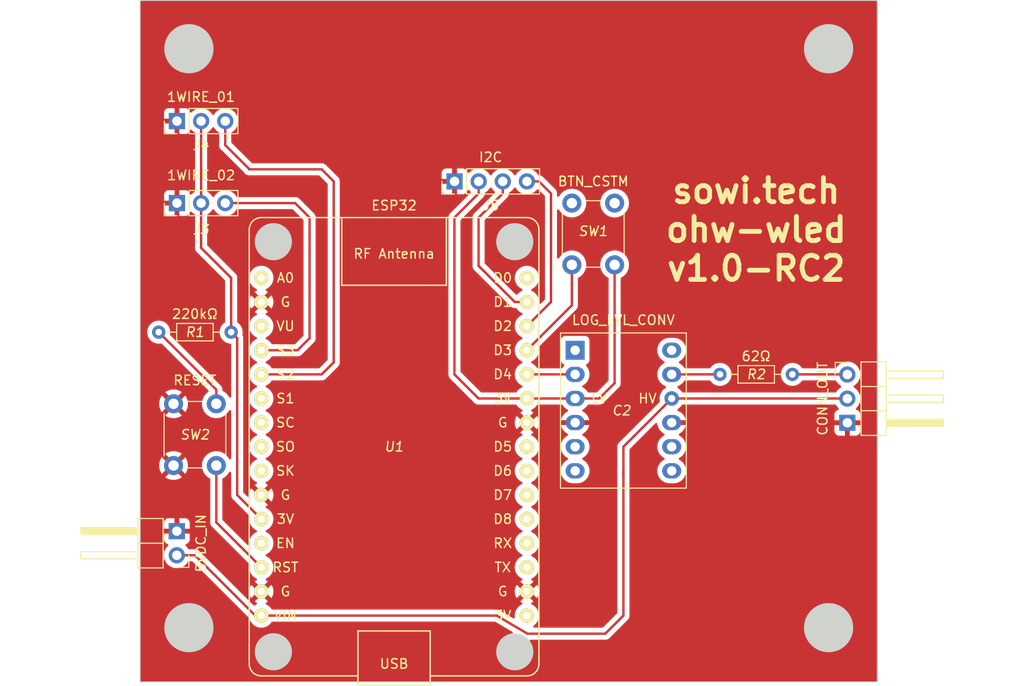
<source format=kicad_pcb>
(kicad_pcb (version 20221018) (generator pcbnew)
  (layers (0 "F.Cu" signal) (31 "B.Cu" signal) (34 "B.Paste" user) (35 "F.Paste" user) (36 "B.SilkS" user "B.Silkscreen") (37 "F.SilkS" user "F.Silkscreen") (38 "B.Mask" user) (39 "F.Mask" user) (44 "Edge.Cuts" user))
  (net 0 "")
  (net 5 "SIG_OUT_RAW")
  (net 6 "SIG_OUT_3V3DC")
  (net 9 "1WIRE_02")
  (net 10 "I2C_SCL")
  (net 11 "I2C_SDA")
  (net 12 "RST_PUP")
  (net 13 "BTN_DATA")
  (net 14 "SIG_OUT_5VDC")
  (net 15 "1WIRE_01")
  (net 31 "GND")
  (net 32 "5VDC")
  (net 33 "3V3DC")
  (footprint "Resistor_THT:R_Axial_DIN0204_L3.6mm_D1.6mm_P7.62mm_Horizontal" (layer "F.Cu") (at 139.7 105.41)
    (fp_text reference "R2" (at 3.81 0) (layer "F.SilkS") (effects (font (thickness 0.15) italic)))
    (fp_text value "62Ω" (at 3.81 -1.905) (layer "F.SilkS"))
    (fp_line (start 0.94 0) (end 1.89 0) (stroke (width 0.12)) (layer "F.SilkS"))
    (fp_line (start 1.89 -0.92) (end 1.89 0.92) (stroke (width 0.12)) (layer "F.SilkS"))
    (fp_line (start 1.89 0.92) (end 5.73 0.92) (stroke (width 0.12)) (layer "F.SilkS"))
    (fp_line (start 5.73 -0.92) (end 1.89 -0.92) (stroke (width 0.12)) (layer "F.SilkS"))
    (fp_line (start 5.73 0.92) (end 5.73 -0.92) (stroke (width 0.12)) (layer "F.SilkS"))
    (fp_line (start 6.68 0) (end 5.73 0) (stroke (width 0.12)) (layer "F.SilkS"))
    (pad "1" thru_hole circle (at 0 0) (size 1.4 1.4) (drill 0.7) (layers "*.Cu" "*.Mask") (net 5 "SIG_OUT_RAW"))
    (pad "2" thru_hole oval (at 7.62 0) (size 1.4 1.4) (drill 0.7) (layers "*.Cu" "*.Mask") (net 14 "SIG_OUT_5VDC"))
  )
  (footprint "Components:Logic_Level_Converter" (layer "F.Cu") (at 129.54 109.22)
    (fp_text reference "C2" (at -1.27 0 unlocked) (layer "F.SilkS") (effects (font (thickness 0.15) italic) (justify left)))
    (fp_text value "Logic_level_converter")
    (fp_text user "LV" (at -2.54 -1.27 unlocked) (layer "F.SilkS"))
    (fp_text user "HV" (at 2.54 -1.27 unlocked) (layer "F.SilkS"))
    (fp_text user "LOG_LVL_CONV" (at 0 -9.525 unlocked) (layer "F.SilkS"))
    (fp_rect (start -6.62 -8.17) (end 6.62 8.17) (stroke (width 0.12)) (fill none) (layer "F.SilkS"))
    (pad "1" thru_hole rect (at -5.08 -6.35) (size 2 2) (drill 1) (layers "*.Cu" "*.Mask"))
    (pad "2" thru_hole oval (at -5.08 -3.81) (size 2 1.6) (drill 1) (layers "*.Cu" "*.Mask") (net 6 "SIG_OUT_3V3DC"))
    (pad "3" thru_hole oval (at -5.08 -1.27) (size 2 1.6) (drill 1) (layers "*.Cu" "*.Mask") (net 33 "3V3DC"))
    (pad "4" thru_hole oval (at -5.08 1.27) (size 2 1.6) (drill 1) (layers "*.Cu" "*.Mask") (net 31 "GND"))
    (pad "5" thru_hole oval (at -5.08 3.81) (size 2 1.6) (drill 1) (layers "*.Cu" "*.Mask"))
    (pad "6" thru_hole oval (at -5.08 6.35) (size 2 1.6) (drill 1) (layers "*.Cu" "*.Mask"))
    (pad "7" thru_hole oval (at 5.08 -6.35) (size 2 1.6) (drill 1) (layers "*.Cu" "*.Mask"))
    (pad "8" thru_hole oval (at 5.08 -3.81) (size 2 1.6) (drill 1) (layers "*.Cu" "*.Mask") (net 5 "SIG_OUT_RAW"))
    (pad "9" thru_hole circle (at 5.08 -1.27) (size 1.524 1.524) (drill 0.762) (layers "*.Cu" "*.Mask") (net 32 "5VDC"))
    (pad "10" thru_hole oval (at 5.08 1.27) (size 2 1.6) (drill 1) (layers "*.Cu" "*.Mask") (net 31 "GND"))
    (pad "11" thru_hole oval (at 5.08 3.81) (size 2 1.6) (drill 1) (layers "*.Cu" "*.Mask"))
    (pad "12" thru_hole oval (at 5.08 6.35) (size 2 1.6) (drill 1) (layers "*.Cu" "*.Mask"))
  )
  (footprint "Resistor_THT:R_Axial_DIN0204_L3.6mm_D1.6mm_P7.62mm_Horizontal" (layer "F.Cu") (at 80.645 100.965)
    (fp_text reference "R1" (at 3.81 0) (layer "F.SilkS") (effects (font (thickness 0.15) italic)))
    (fp_text value "220kΩ" (at 3.81 -1.905) (layer "F.SilkS"))
    (fp_line (start 0.94 0) (end 1.89 0) (stroke (width 0.12)) (layer "F.SilkS"))
    (fp_line (start 1.89 -0.92) (end 1.89 0.92) (stroke (width 0.12)) (layer "F.SilkS"))
    (fp_line (start 1.89 0.92) (end 5.73 0.92) (stroke (width 0.12)) (layer "F.SilkS"))
    (fp_line (start 5.73 -0.92) (end 1.89 -0.92) (stroke (width 0.12)) (layer "F.SilkS"))
    (fp_line (start 5.73 0.92) (end 5.73 -0.92) (stroke (width 0.12)) (layer "F.SilkS"))
    (fp_line (start 6.68 0) (end 5.73 0) (stroke (width 0.12)) (layer "F.SilkS"))
    (pad "1" thru_hole circle (at 0 0) (size 1.4 1.4) (drill 0.7) (layers "*.Cu" "*.Mask") (net 12 "RST_PUP"))
    (pad "2" thru_hole oval (at 7.62 0) (size 1.4 1.4) (drill 0.7) (layers "*.Cu" "*.Mask") (net 33 "3V3DC"))
  )
  (footprint "Connector_PinHeader_2.54mm:PinHeader_1x04_P2.54mm_Vertical" (layer "F.Cu") (at 111.77 85.09 90)
    (fp_text reference "J5" (at -2.54 3.8) (layer "F.SilkS") (effects (font (thickness 0.15) italic)))
    (fp_text value "I2C_output_01")
    (fp_text user "I2C" (at 2.54 3.8) (layer "F.SilkS"))
    (fp_line (start -1.33 -1.33) (end 0 -1.33) (stroke (width 0.12)) (layer "F.SilkS"))
    (fp_line (start -1.33 0) (end -1.33 -1.33) (stroke (width 0.12)) (layer "F.SilkS"))
    (fp_line (start -1.33 1.27) (end -1.33 8.95) (stroke (width 0.12)) (layer "F.SilkS"))
    (fp_line (start -1.33 1.27) (end 1.33 1.27) (stroke (width 0.12)) (layer "F.SilkS"))
    (fp_line (start -1.33 8.95) (end 1.33 8.95) (stroke (width 0.12)) (layer "F.SilkS"))
    (fp_line (start 1.33 1.27) (end 1.33 8.95) (stroke (width 0.12)) (layer "F.SilkS"))
    (pad "1" thru_hole rect (at 0 0 90) (size 1.7 1.7) (drill 1) (layers "*.Cu" "*.Mask") (net 31 "GND"))
    (pad "2" thru_hole oval (at 0 2.54 90) (size 1.7 1.7) (drill 1) (layers "*.Cu" "*.Mask") (net 33 "3V3DC"))
    (pad "3" thru_hole oval (at 0 5.08 90) (size 1.7 1.7) (drill 1) (layers "*.Cu" "*.Mask") (net 10 "I2C_SCL"))
    (pad "4" thru_hole oval (at 0 7.62 90) (size 1.7 1.7) (drill 1) (layers "*.Cu" "*.Mask") (net 11 "I2C_SDA"))
  )
  (footprint "Connector_PinHeader_2.54mm:PinHeader_1x02_P2.54mm_Horizontal" (layer "F.Cu") (at 82.55 124.46 180)
    (fp_text reference "J0" hide)
    (fp_text value "PinHeader_1x02_P2.54mm_Horizontal")
    (fp_text user "5VDC_IN" (at -2.54 1.27 90) (layer "F.SilkS"))
    (fp_line (start -1.27 -1.27) (end 0 -1.27) (stroke (width 0.12)) (layer "F.SilkS"))
    (fp_line (start -1.27 0) (end -1.27 -1.27) (stroke (width 0.12)) (layer "F.SilkS"))
    (fp_line (start 1.042929 2.16) (end 1.44 2.16) (stroke (width 0.12)) (layer "F.SilkS"))
    (fp_line (start 1.042929 2.92) (end 1.44 2.92) (stroke (width 0.12)) (layer "F.SilkS"))
    (fp_line (start 1.11 -0.38) (end 1.44 -0.38) (stroke (width 0.12)) (layer "F.SilkS"))
    (fp_line (start 1.11 0.38) (end 1.44 0.38) (stroke (width 0.12)) (layer "F.SilkS"))
    (fp_line (start 1.44 -1.33) (end 1.44 3.87) (stroke (width 0.12)) (layer "F.SilkS"))
    (fp_line (start 1.44 1.27) (end 4.1 1.27) (stroke (width 0.12)) (layer "F.SilkS"))
    (fp_line (start 1.44 3.87) (end 4.1 3.87) (stroke (width 0.12)) (layer "F.SilkS"))
    (fp_line (start 4.0866 2.2308) (end 10.0866 2.2308) (stroke (width 0.12)) (layer "F.SilkS"))
    (fp_line (start 4.0866 2.3508) (end 10.0866 2.3508) (stroke (width 0.12)) (layer "F.SilkS"))
    (fp_line (start 4.0866 2.4708) (end 10.0866 2.4708) (stroke (width 0.12)) (layer "F.SilkS"))
    (fp_line (start 4.0866 2.5908) (end 10.0866 2.5908) (stroke (width 0.12)) (layer "F.SilkS"))
    (fp_line (start 4.0866 2.7108) (end 10.0866 2.7108) (stroke (width 0.12)) (layer "F.SilkS"))
    (fp_line (start 4.0866 2.8308) (end 10.0866 2.8308) (stroke (width 0.12)) (layer "F.SilkS"))
    (fp_line (start 4.1 -1.33) (end 1.44 -1.33) (stroke (width 0.12)) (layer "F.SilkS"))
    (fp_line (start 4.1 -0.38) (end 10.1 -0.38) (stroke (width 0.12)) (layer "F.SilkS"))
    (fp_line (start 4.1 2.16) (end 10.1 2.16) (stroke (width 0.12)) (layer "F.SilkS"))
    (fp_line (start 4.1 3.87) (end 4.1 -1.33) (stroke (width 0.12)) (layer "F.SilkS"))
    (fp_line (start 10.1 -0.38) (end 10.1 0.38) (stroke (width 0.12)) (layer "F.SilkS"))
    (fp_line (start 10.1 0.38) (end 4.1 0.38) (stroke (width 0.12)) (layer "F.SilkS"))
    (fp_line (start 10.1 2.16) (end 10.1 2.92) (stroke (width 0.12)) (layer "F.SilkS"))
    (fp_line (start 10.1 2.92) (end 4.1 2.92) (stroke (width 0.12)) (layer "F.SilkS"))
    (pad "1" thru_hole rect (at 0 2.54 180) (size 1.7 1.7) (drill 1) (layers "*.Cu" "*.Mask") (net 31 "GND"))
    (pad "2" thru_hole oval (at 0 0 180) (size 1.7 1.7) (drill 1) (layers "*.Cu" "*.Mask") (net 32 "5VDC"))
  )
  (footprint "ESP8266_Basirk:NodeMCU1.0(12-E)" (layer "F.Cu") (at 105.41 113.03)
    (fp_text reference "U1" (at 0 0) (layer "F.SilkS") (effects (font (thickness 0.15) italic)))
    (fp_text value "NodeMCU_1.0_(ESP-12E)")
    (fp_text user "VIN" (at -11.43 17.78) (layer "F.SilkS"))
    (fp_text user "G" (at -11.43 5.08) (layer "F.SilkS"))
    (fp_text user "D7" (at 11.43 5.08) (layer "F.SilkS"))
    (fp_text user "SC" (at -11.43 -2.54) (layer "F.SilkS"))
    (fp_text user "D2" (at 11.43 -12.7) (layer "F.SilkS"))
    (fp_text user "S3" (at -11.43 -10.16) (layer "F.SilkS"))
    (fp_text user "ESP32" (at 0 -25.4 unlocked) (layer "F.SilkS"))
    (fp_text user "USB" (at 0 22.86) (layer "F.SilkS"))
    (fp_text user "G" (at -11.43 15.24) (layer "F.SilkS"))
    (fp_text user "D5" (at 11.43 0) (layer "F.SilkS"))
    (fp_text user "SO" (at -11.43 0) (layer "F.SilkS"))
    (fp_text user "A0" (at -11.43 -17.78) (layer "F.SilkS"))
    (fp_text user "D6" (at 11.43 2.54) (layer "F.SilkS"))
    (fp_text user "3V" (at -11.43 7.62) (layer "F.SilkS"))
    (fp_text user "S2" (at -11.43 -7.62) (layer "F.SilkS"))
    (fp_text user "D0" (at 11.43 -17.78) (layer "F.SilkS"))
    (fp_text user "D3" (at 11.43 -10.16) (layer "F.SilkS"))
    (fp_text user "3V" (at 11.43 17.78) (layer "F.SilkS"))
    (fp_text user "G" (at 11.43 15.24) (layer "F.SilkS"))
    (fp_text user "G" (at -11.43 -15.24) (layer "F.SilkS"))
    (fp_text user "D8" (at 11.43 7.62) (layer "F.SilkS"))
    (fp_text user "RF Antenna" (at 0 -20.32) (layer "F.SilkS"))
    (fp_text user "SK" (at -11.43 2.54) (layer "F.SilkS"))
    (fp_text user "RST" (at -11.43 12.7) (layer "F.SilkS"))
    (fp_text user "G" (at 11.43 -2.54) (layer "F.SilkS"))
    (fp_text user "3V" (at 11.43 -5.08) (layer "F.SilkS"))
    (fp_text user "S1" (at -11.43 -5.08) (layer "F.SilkS"))
    (fp_text user "TX" (at 11.43 12.7) (layer "F.SilkS"))
    (fp_text user "D4" (at 11.43 -7.62) (layer "F.SilkS"))
    (fp_text user "RX" (at 11.43 10.16) (layer "F.SilkS"))
    (fp_text user "D1" (at 11.43 -15.24) (layer "F.SilkS"))
    (fp_text user "VU" (at -11.43 -12.7) (layer "F.SilkS"))
    (fp_text user "EN" (at -11.43 10.16) (layer "F.SilkS"))
    (fp_line (start -15.24 -22.86) (end -15.24 22.86) (stroke (width 0.15)) (layer "F.SilkS"))
    (fp_line (start -5.5 -17) (end -5.5 -24.13) (stroke (width 0.15)) (layer "F.SilkS"))
    (fp_line (start -3.8 19.4) (end 3.8 19.4) (stroke (width 0.15)) (layer "F.SilkS"))
    (fp_line (start -3.8 24.13) (end -13.97 24.13) (stroke (width 0.15)) (layer "F.SilkS"))
    (fp_line (start -3.8 25.13) (end -3.8 19.4) (stroke (width 0.15)) (layer "F.SilkS"))
    (fp_line (start 3.8 19.4) (end 3.8 25.13) (stroke (width 0.15)) (layer "F.SilkS"))
    (fp_line (start 3.8 25.13) (end -3.8 25.13) (stroke (width 0.15)) (layer "F.SilkS"))
    (fp_line (start 5.5 -24.13) (end 5.5 -17) (stroke (width 0.15)) (layer "F.SilkS"))
    (fp_line (start 5.5 -17) (end -5.5 -17) (stroke (width 0.15)) (layer "F.SilkS"))
    (fp_line (start 13.97 -24.13) (end -13.97 -24.13) (stroke (width 0.15)) (layer "F.SilkS"))
    (fp_line (start 13.98 24.13) (end 3.81 24.13) (stroke (width 0.15)) (layer "F.SilkS"))
    (fp_line (start 15.24 -22.86) (end 15.24 22.86) (stroke (width 0.15)) (layer "F.SilkS"))
    (fp_arc (start -15.24 -22.86) (mid -14.868026 -23.758026) (end -13.97 -24.13) (stroke (width 0.15)) (layer "F.SilkS"))
    (fp_arc (start -13.97 24.13) (mid -14.868026 23.758026) (end -15.24 22.86) (stroke (width 0.15)) (layer "F.SilkS"))
    (fp_arc (start 13.97 -24.13) (mid 14.868026 -23.758026) (end 15.24 -22.86) (stroke (width 0.15)) (layer "F.SilkS"))
    (fp_arc (start 15.24 22.86) (mid 14.868026 23.758026) (end 13.97 24.13) (stroke (width 0.15)) (layer "F.SilkS"))
    (fp_circle (center -12.7 -21.59) (end -11.43 -22.86) (stroke (width 0.15)) (fill none) (layer "F.SilkS"))
    (fp_circle (center -12.7 21.59) (end -11.43 20.32) (stroke (width 0.15)) (fill none) (layer "F.SilkS"))
    (fp_circle (center 12.7 -21.59) (end 13.97 -22.86) (stroke (width 0.15)) (fill none) (layer "F.SilkS"))
    (fp_circle (center 12.7 21.59) (end 13.97 20.32) (stroke (width 0.15)) (fill none) (layer "F.SilkS"))
    (pad "1" thru_hole circle (at -13.97 -17.78) (size 1.524 1.524) (drill 0.762) (layers "*.Cu" "*.Mask" "F.SilkS"))
    (pad "2" thru_hole circle (at -13.97 -15.24) (size 1.524 1.524) (drill 0.762) (layers "*.Cu" "*.Mask" "F.SilkS") (net 31 "GND"))
    (pad "3" thru_hole circle (at -13.97 -12.7) (size 1.524 1.524) (drill 0.762) (layers "*.Cu" "*.Mask" "F.SilkS"))
    (pad "4" thru_hole circle (at -13.97 -10.16) (size 1.524 1.524) (drill 0.762) (layers "*.Cu" "*.Mask" "F.SilkS") (net 9 "1WIRE_02"))
    (pad "5" thru_hole circle (at -13.97 -7.62) (size 1.524 1.524) (drill 0.762) (layers "*.Cu" "*.Mask" "F.SilkS") (net 15 "1WIRE_01"))
    (pad "6" thru_hole circle (at -13.97 -5.08) (size 1.524 1.524) (drill 0.762) (layers "*.Cu" "*.Mask" "F.SilkS"))
    (pad "7" thru_hole circle (at -13.97 -2.54) (size 1.524 1.524) (drill 0.762) (layers "*.Cu" "*.Mask" "F.SilkS"))
    (pad "8" thru_hole circle (at -13.97 0) (size 1.524 1.524) (drill 0.762) (layers "*.Cu" "*.Mask" "F.SilkS"))
    (pad "9" thru_hole circle (at -13.97 2.54) (size 1.524 1.524) (drill 0.762) (layers "*.Cu" "*.Mask" "F.SilkS"))
    (pad "10" thru_hole circle (at -13.97 5.08) (size 1.524 1.524) (drill 0.762) (layers "*.Cu" "*.Mask" "F.SilkS") (net 31 "GND"))
    (pad "11" thru_hole circle (at -13.97 7.62) (size 1.524 1.524) (drill 0.762) (layers "*.Cu" "*.Mask" "F.SilkS") (net 33 "3V3DC"))
    (pad "12" thru_hole circle (at -13.97 10.16) (size 1.524 1.524) (drill 0.762) (layers "*.Cu" "*.Mask" "F.SilkS"))
    (pad "13" thru_hole circle (at -13.97 12.7) (size 1.524 1.524) (drill 0.762) (layers "*.Cu" "*.Mask" "F.SilkS") (net 12 "RST_PUP"))
    (pad "14" thru_hole circle (at -13.97 15.24) (size 1.524 1.524) (drill 0.762) (layers "*.Cu" "*.Mask" "F.SilkS") (net 31 "GND"))
    (pad "15" thru_hole circle (at -13.97 17.78) (size 1.524 1.524) (drill 0.762) (layers "*.Cu" "*.Mask" "F.SilkS") (net 32 "5VDC"))
    (pad "16" thru_hole circle (at 13.97 17.78) (size 1.524 1.524) (drill 0.762) (layers "*.Cu" "*.Mask" "F.SilkS"))
    (pad "17" thru_hole circle (at 13.97 15.24) (size 1.524 1.524) (drill 0.762) (layers "*.Cu" "*.Mask" "F.SilkS") (net 31 "GND"))
    (pad "18" thru_hole circle (at 13.97 12.7) (size 1.524 1.524) (drill 0.762) (layers "*.Cu" "*.Mask" "F.SilkS"))
    (pad "19" thru_hole circle (at 13.97 10.16) (size 1.524 1.524) (drill 0.762) (layers "*.Cu" "*.Mask" "F.SilkS"))
    (pad "20" thru_hole circle (at 13.97 7.62) (size 1.524 1.524) (drill 0.762) (layers "*.Cu" "*.Mask" "F.SilkS"))
    (pad "21" thru_hole circle (at 13.97 5.08) (size 1.524 1.524) (drill 0.762) (layers "*.Cu" "*.Mask" "F.SilkS"))
    (pad "22" thru_hole circle (at 13.97 2.54) (size 1.524 1.524) (drill 0.762) (layers "*.Cu" "*.Mask" "F.SilkS"))
    (pad "23" thru_hole circle (at 13.97 0) (size 1.524 1.524) (drill 0.762) (layers "*.Cu" "*.Mask" "F.SilkS"))
    (pad "24" thru_hole circle (at 13.97 -2.54) (size 1.524 1.524) (drill 0.762) (layers "*.Cu" "*.Mask" "F.SilkS") (net 31 "GND"))
    (pad "25" thru_hole circle (at 13.97 -5.08) (size 1.524 1.524) (drill 0.762) (layers "*.Cu" "*.Mask" "F.SilkS") (net 33 "3V3DC"))
    (pad "26" thru_hole circle (at 13.97 -7.62) (size 1.524 1.524) (drill 0.762) (layers "*.Cu" "*.Mask" "F.SilkS") (net 6 "SIG_OUT_3V3DC"))
    (pad "27" thru_hole circle (at 13.97 -10.16) (size 1.524 1.524) (drill 0.762) (layers "*.Cu" "*.Mask" "F.SilkS") (net 13 "BTN_DATA"))
    (pad "28" thru_hole circle (at 13.97 -12.7) (size 1.524 1.524) (drill 0.762) (layers "*.Cu" "*.Mask" "F.SilkS") (net 11 "I2C_SDA"))
    (pad "29" thru_hole circle (at 13.97 -15.24) (size 1.524 1.524) (drill 0.762) (layers "*.Cu" "*.Mask" "F.SilkS") (net 10 "I2C_SCL"))
    (pad "30" thru_hole circle (at 13.97 -17.78) (size 1.524 1.524) (drill 0.762) (layers "*.Cu" "*.Mask" "F.SilkS"))
  )
  (footprint "Connector_PinHeader_2.54mm:PinHeader_1x03_P2.54mm_Vertical" (layer "F.Cu") (at 82.565 78.74 90)
    (fp_text reference "J4" (at -2.54 2.525) (layer "F.SilkS") (effects (font (thickness 0.15) italic)))
    (fp_text value "1Wire_output_01")
    (fp_text user "1WIRE_01" (at 2.54 2.525) (layer "F.SilkS"))
    (fp_line (start -1.33 -1.33) (end 0 -1.33) (stroke (width 0.12)) (layer "F.SilkS"))
    (fp_line (start -1.33 0) (end -1.33 -1.33) (stroke (width 0.12)) (layer "F.SilkS"))
    (fp_line (start -1.33 1.27) (end -1.33 6.41) (stroke (width 0.12)) (layer "F.SilkS"))
    (fp_line (start -1.33 1.27) (end 1.33 1.27) (stroke (width 0.12)) (layer "F.SilkS"))
    (fp_line (start -1.33 6.41) (end 1.33 6.41) (stroke (width 0.12)) (layer "F.SilkS"))
    (fp_line (start 1.33 1.27) (end 1.33 6.41) (stroke (width 0.12)) (layer "F.SilkS"))
    (pad "1" thru_hole rect (at 0 0 90) (size 1.7 1.7) (drill 1) (layers "*.Cu" "*.Mask") (net 31 "GND"))
    (pad "2" thru_hole oval (at 0 2.54 90) (size 1.7 1.7) (drill 1) (layers "*.Cu" "*.Mask") (net 33 "3V3DC"))
    (pad "3" thru_hole oval (at 0 5.08 90) (size 1.7 1.7) (drill 1) (layers "*.Cu" "*.Mask") (net 15 "1WIRE_01"))
  )
  (footprint "Button_Switch_THT:SW_PUSH_6mm" (layer "F.Cu") (at 82.205 115.01 90)
    (fp_text reference "SW2" (at 3.25 2.25) (layer "F.SilkS") (effects (font (thickness 0.15) italic)))
    (fp_text value "SW_Push")
    (fp_text user "RESET" (at 8.965 2.25) (layer "F.SilkS"))
    (fp_line (start -0.25 1.5) (end -0.25 3) (stroke (width 0.12)) (layer "F.SilkS"))
    (fp_line (start 1 5.5) (end 5.5 5.5) (stroke (width 0.12)) (layer "F.SilkS"))
    (fp_line (start 5.5 -1) (end 1 -1) (stroke (width 0.12)) (layer "F.SilkS"))
    (fp_line (start 6.75 3) (end 6.75 1.5) (stroke (width 0.12)) (layer "F.SilkS"))
    (pad "1" thru_hole circle (at 0 0 180) (size 2 2) (drill 1.1) (layers "*.Cu" "*.Mask") (net 31 "GND"))
    (pad "1" thru_hole circle (at 6.5 0 180) (size 2 2) (drill 1.1) (layers "*.Cu" "*.Mask") (net 31 "GND"))
    (pad "2" thru_hole circle (at 0 4.5 180) (size 2 2) (drill 1.1) (layers "*.Cu" "*.Mask") (net 12 "RST_PUP"))
    (pad "2" thru_hole circle (at 6.5 4.5 180) (size 2 2) (drill 1.1) (layers "*.Cu" "*.Mask") (net 12 "RST_PUP"))
  )
  (footprint "Connector_PinHeader_2.54mm:PinHeader_1x03_P2.54mm_Horizontal" (layer "F.Cu") (at 153.105 105.425)
    (fp_text reference "J1" hide)
    (fp_text value "PinHeader_1x03_P2.54mm_Horizontal")
    (fp_text user "CONN_OUT" (at -2.61 2.54 -90) (layer "F.SilkS"))
    (fp_line (start -1.27 -1.27) (end 0 -1.27) (stroke (width 0.12)) (layer "F.SilkS"))
    (fp_line (start -1.27 0) (end -1.27 -1.27) (stroke (width 0.12)) (layer "F.SilkS"))
    (fp_line (start 1.042929 2.16) (end 1.44 2.16) (stroke (width 0.12)) (layer "F.SilkS"))
    (fp_line (start 1.042929 2.92) (end 1.44 2.92) (stroke (width 0.12)) (layer "F.SilkS"))
    (fp_line (start 1.042929 4.7) (end 1.44 4.7) (stroke (width 0.12)) (layer "F.SilkS"))
    (fp_line (start 1.042929 5.46) (end 1.44 5.46) (stroke (width 0.12)) (layer "F.SilkS"))
    (fp_line (start 1.11 -0.38) (end 1.44 -0.38) (stroke (width 0.12)) (layer "F.SilkS"))
    (fp_line (start 1.11 0.38) (end 1.44 0.38) (stroke (width 0.12)) (layer "F.SilkS"))
    (fp_line (start 1.44 -1.33) (end 1.44 6.41) (stroke (width 0.12)) (layer "F.SilkS"))
    (fp_line (start 1.44 1.27) (end 4.1 1.27) (stroke (width 0.12)) (layer "F.SilkS"))
    (fp_line (start 1.44 3.81) (end 4.1 3.81) (stroke (width 0.12)) (layer "F.SilkS"))
    (fp_line (start 1.44 6.41) (end 4.1 6.41) (stroke (width 0.12)) (layer "F.SilkS"))
    (fp_line (start 4.1 -1.33) (end 1.44 -1.33) (stroke (width 0.12)) (layer "F.SilkS"))
    (fp_line (start 4.1 -0.38) (end 10.1 -0.38) (stroke (width 0.12)) (layer "F.SilkS"))
    (fp_line (start 4.1 2.16) (end 10.1 2.16) (stroke (width 0.12)) (layer "F.SilkS"))
    (fp_line (start 4.1 4.7) (end 10.1 4.7) (stroke (width 0.12)) (layer "F.SilkS"))
    (fp_line (start 4.1 4.8184) (end 10.1 4.8184) (stroke (width 0.12)) (layer "F.SilkS"))
    (fp_line (start 4.1 4.92) (end 10.1 4.92) (stroke (width 0.12)) (layer "F.SilkS"))
    (fp_line (start 4.1 5.04) (end 10.1 5.04) (stroke (width 0.12)) (layer "F.SilkS"))
    (fp_line (start 4.1 5.1578) (end 10.1 5.1578) (stroke (width 0.12)) (layer "F.SilkS"))
    (fp_line (start 4.1 5.2678) (end 10.1 5.2678) (stroke (width 0.12)) (layer "F.SilkS"))
    (fp_line (start 4.1 5.3772) (end 10.1 5.3772) (stroke (width 0.12)) (layer "F.SilkS"))
    (fp_line (start 4.1 6.41) (end 4.1 -1.33) (stroke (width 0.12)) (layer "F.SilkS"))
    (fp_line (start 10.1 -0.38) (end 10.1 0.38) (stroke (width 0.12)) (layer "F.SilkS"))
    (fp_line (start 10.1 0.38) (end 4.1 0.38) (stroke (width 0.12)) (layer "F.SilkS"))
    (fp_line (start 10.1 2.16) (end 10.1 2.92) (stroke (width 0.12)) (layer "F.SilkS"))
    (fp_line (start 10.1 2.92) (end 4.1 2.92) (stroke (width 0.12)) (layer "F.SilkS"))
    (fp_line (start 10.1 4.7) (end 10.1 5.46) (stroke (width 0.12)) (layer "F.SilkS"))
    (fp_line (start 10.1 5.46) (end 4.1 5.46) (stroke (width 0.12)) (layer "F.SilkS"))
    (pad "1" thru_hole rect (at 0 5.08) (size 1.7 1.7) (drill 1) (layers "*.Cu" "*.Mask") (net 31 "GND"))
    (pad "2" thru_hole oval (at 0 2.54) (size 1.7 1.7) (drill 1) (layers "*.Cu" "*.Mask") (net 32 "5VDC"))
    (pad "3" thru_hole oval (at 0 0) (size 1.7 1.7) (drill 1) (layers "*.Cu" "*.Mask") (net 14 "SIG_OUT_5VDC"))
  )
  (footprint "Button_Switch_THT:SW_PUSH_6mm" (layer "F.Cu") (at 128.615 87.376 -90)
    (fp_text reference "SW1" (at 2.96 2.25) (layer "F.SilkS") (effects (font (thickness 0.15) italic)))
    (fp_text value "SW_Push")
    (fp_text user "BTN_CSTM" (at -2.286 2.25) (layer "F.SilkS"))
    (fp_line (start -0.25 1.5) (end -0.25 3) (stroke (width 0.12)) (layer "F.SilkS"))
    (fp_line (start 1 5.5) (end 5.5 5.5) (stroke (width 0.12)) (layer "F.SilkS"))
    (fp_line (start 5.5 -1) (end 1 -1) (stroke (width 0.12)) (layer "F.SilkS"))
    (fp_line (start 6.75 3) (end 6.75 1.5) (stroke (width 0.12)) (layer "F.SilkS"))
    (pad "1" thru_hole circle (at 0 0) (size 2 2) (drill 1.1) (layers "*.Cu" "*.Mask") (net 33 "3V3DC"))
    (pad "1" thru_hole circle (at 6.5 0) (size 2 2) (drill 1.1) (layers "*.Cu" "*.Mask") (net 33 "3V3DC"))
    (pad "2" thru_hole circle (at 0 4.5) (size 2 2) (drill 1.1) (layers "*.Cu" "*.Mask") (net 13 "BTN_DATA"))
    (pad "2" thru_hole circle (at 6.5 4.5) (size 2 2) (drill 1.1) (layers "*.Cu" "*.Mask") (net 13 "BTN_DATA"))
  )
  (footprint "Connector_PinHeader_2.54mm:PinHeader_1x03_P2.54mm_Vertical" (layer "F.Cu") (at 82.565 87.376 90)
    (fp_text reference "J3" (at -2.794 2.525) (layer "F.SilkS") (effects (font (thickness 0.15) italic)))
    (fp_text value "1Wire_output_02")
    (fp_text user "1WIRE_02" (at 2.921 2.54) (layer "F.SilkS"))
    (fp_line (start -1.33 -1.33) (end 0 -1.33) (stroke (width 0.12)) (layer "F.SilkS"))
    (fp_line (start -1.33 0) (end -1.33 -1.33) (stroke (width 0.12)) (layer "F.SilkS"))
    (fp_line (start -1.33 1.27) (end -1.33 6.41) (stroke (width 0.12)) (layer "F.SilkS"))
    (fp_line (start -1.33 1.27) (end 1.33 1.27) (stroke (width 0.12)) (layer "F.SilkS"))
    (fp_line (start -1.33 6.41) (end 1.33 6.41) (stroke (width 0.12)) (layer "F.SilkS"))
    (fp_line (start 1.33 1.27) (end 1.33 6.41) (stroke (width 0.12)) (layer "F.SilkS"))
    (pad "1" thru_hole rect (at 0 0 90) (size 1.7 1.7) (drill 1) (layers "*.Cu" "*.Mask") (net 31 "GND"))
    (pad "2" thru_hole oval (at 0 2.54 90) (size 1.7 1.7) (drill 1) (layers "*.Cu" "*.Mask") (net 33 "3V3DC"))
    (pad "3" thru_hole oval (at 0 5.08 90) (size 1.7 1.7) (drill 1) (layers "*.Cu" "*.Mask") (net 9 "1WIRE_02"))
  )
  (gr_circle (center 151.13 132.08) (end 153.67 132.08) (stroke (width 0.1)) (fill solid) (layer "Edge.Cuts"))
  (gr_circle (center 151.13 71.12) (end 153.67 71.12) (stroke (width 0.1)) (fill solid) (layer "Edge.Cuts"))
  (gr_circle (center 83.82 132.08) (end 86.36 132.08) (stroke (width 0.1)) (fill solid) (layer "Edge.Cuts"))
  (gr_circle (center 92.71 91.44) (end 94.615 91.44) (stroke (width 0.1)) (fill solid) (layer "Edge.Cuts"))
  (gr_circle (center 118.11 91.44) (end 120.015 91.44) (stroke (width 0.1)) (fill solid) (layer "Edge.Cuts"))
  (gr_circle (center 83.82 71.12) (end 86.36 71.12) (stroke (width 0.1)) (fill solid) (layer "Edge.Cuts"))
  (gr_rect (start 78.68 66.04) (end 156.27 137.8) (stroke (width 0.1)) (fill none) (layer "Edge.Cuts"))
  (gr_circle (center 92.71 134.62) (end 94.615 134.62) (stroke (width 0.1)) (fill solid) (layer "Edge.Cuts"))
  (gr_circle (center 118.11 134.62) (end 120.015 134.62) (stroke (width 0.1)) (fill solid) (layer "Edge.Cuts"))
  (gr_text "sowi.tech\nohw-wled\nv1.0-RC2" (at 143.51 90.17) (layer "F.SilkS") (effects (font (size 2.54 2.54) (thickness 0.508))))
  (segment (start 134.62 105.41) (end 139.7 105.41) (width 0.25) (layer "F.Cu") (net 5))
  (segment (start 119.38 105.41) (end 124.46 105.41) (width 0.25) (layer "F.Cu") (net 6))
  (segment (start 96.52 101.6) (end 95.25 102.87) (width 0.25) (layer "F.Cu") (net 9))
  (segment (start 95.25 102.87) (end 91.44 102.87) (width 0.25) (layer "F.Cu") (net 9))
  (segment (start 87.645 87.376) (end 94.996 87.376) (width 0.25) (layer "F.Cu") (net 9))
  (segment (start 96.52 88.9) (end 96.52 101.6) (width 0.25) (layer "F.Cu") (net 9))
  (segment (start 94.996 87.376) (end 96.52 88.9) (width 0.25) (layer "F.Cu") (net 9))
  (segment (start 116.85 85.09) (end 116.85 86.35) (width 0.25) (layer "F.Cu") (net 10))
  (segment (start 114.3 93.98) (end 118.11 97.79) (width 0.25) (layer "F.Cu") (net 10))
  (segment (start 114.3 88.9) (end 114.3 93.98) (width 0.25) (layer "F.Cu") (net 10))
  (segment (start 118.11 97.79) (end 119.38 97.79) (width 0.25) (layer "F.Cu") (net 10))
  (segment (start 116.85 86.35) (end 114.3 88.9) (width 0.25) (layer "F.Cu") (net 10))
  (segment (start 120.65 85.09) (end 121.92 86.36) (width 0.25) (layer "F.Cu") (net 11))
  (segment (start 119.39 85.09) (end 120.65 85.09) (width 0.25) (layer "F.Cu") (net 11))
  (segment (start 121.92 86.36) (end 121.92 97.79) (width 0.25) (layer "F.Cu") (net 11))
  (segment (start 121.92 97.79) (end 119.38 100.33) (width 0.25) (layer "F.Cu") (net 11))
  (segment (start 86.705 115.01) (end 86.705 120.995) (width 0.25) (layer "F.Cu") (net 12))
  (segment (start 86.705 120.995) (end 91.44 125.73) (width 0.25) (layer "F.Cu") (net 12))
  (segment (start 86.705 108.51) (end 86.705 107.025) (width 0.25) (layer "F.Cu") (net 12))
  (segment (start 86.705 107.025) (end 80.645 100.965) (width 0.25) (layer "F.Cu") (net 12))
  (segment (start 124.115 98.135) (end 124.115 93.876) (width 0.25) (layer "F.Cu") (net 13))
  (segment (start 119.38 102.87) (end 124.115 98.135) (width 0.25) (layer "F.Cu") (net 13))
  (segment (start 147.32 105.41) (end 153.2 105.41) (width 0.25) (layer "F.Cu") (net 14))
  (segment (start 97.79 105.41) (end 91.44 105.41) (width 0.25) (layer "F.Cu") (net 15))
  (segment (start 87.645 81.265) (end 87.63 81.28) (width 0.25) (layer "F.Cu") (net 15))
  (segment (start 87.645 78.74) (end 87.645 81.265) (width 0.25) (layer "F.Cu") (net 15))
  (segment (start 90.17 83.82) (end 97.79 83.82) (width 0.25) (layer "F.Cu") (net 15))
  (segment (start 99.06 104.14) (end 97.79 105.41) (width 0.25) (layer "F.Cu") (net 15))
  (segment (start 90.17 83.79) (end 90.17 83.82) (width 0.25) (layer "F.Cu") (net 15))
  (segment (start 97.79 83.82) (end 99.06 85.09) (width 0.25) (layer "F.Cu") (net 15))
  (segment (start 87.645 81.265) (end 90.17 83.79) (width 0.25) (layer "F.Cu") (net 15))
  (segment (start 99.06 85.09) (end 99.06 104.14) (width 0.25) (layer "F.Cu") (net 15))
  (segment (start 111.77 85.09) (end 111.77 86.35) (width 0.25) (layer "F.Cu") (net 31))
  (segment (start 129.54 113.03) (end 129.54 116.205) (width 0.25) (layer "F.Cu") (net 32))
  (segment (start 90.671375 130.676375) (end 91.306375 130.676375) (width 0.25) (layer "F.Cu") (net 32))
  (segment (start 129.54 115.57) (end 129.54 130.81) (width 0.25) (layer "F.Cu") (net 32))
  (segment (start 134.62 107.95) (end 129.54 113.03) (width 0.25) (layer "F.Cu") (net 32))
  (segment (start 119.437727 132.715) (end 116.205 130.81) (width 0.25) (layer "F.Cu") (net 32))
  (segment (start 84.455 124.46) (end 90.671375 130.676375) (width 0.25) (layer "F.Cu") (net 32))
  (segment (start 116.205 130.81) (end 91.44 130.81) (width 0.25) (layer "F.Cu") (net 32))
  (segment (start 127.635 132.715) (end 119.437727 132.715) (width 0.25) (layer "F.Cu") (net 32))
  (segment (start 82.55 124.46) (end 84.455 124.46) (width 0.25) (layer "F.Cu") (net 32))
  (segment (start 129.54 130.81) (end 127.635 132.715) (width 0.25) (layer "F.Cu") (net 32))
  (segment (start 134.62 107.95) (end 153.2 107.95) (width 0.25) (layer "F.Cu") (net 32))
  (segment (start 119.38 107.95) (end 124.46 107.95) (width 0.25) (layer "F.Cu") (net 33))
  (segment (start 88.265 100.965) (end 88.9 101.6) (width 0.25) (layer "F.Cu") (net 33))
  (segment (start 111.76 105.41) (end 114.3 107.95) (width 0.25) (layer "F.Cu") (net 33))
  (segment (start 114.31 85.09) (end 114.31 86.35) (width 0.25) (layer "F.Cu") (net 33))
  (segment (start 85.105 92.06) (end 85.105 87.376) (width 0.254) (layer "F.Cu") (net 33))
  (segment (start 85.09 92.075) (end 85.105 92.06) (width 0.25) (layer "F.Cu") (net 33))
  (segment (start 114.3 107.95) (end 119.563 107.95) (width 0.25) (layer "F.Cu") (net 33))
  (segment (start 88.265 95.25) (end 85.09 92.075) (width 0.254) (layer "F.Cu") (net 33))
  (segment (start 111.76 88.9) (end 111.76 105.41) (width 0.25) (layer "F.Cu") (net 33))
  (segment (start 88.9 101.6) (end 88.9 118.11) (width 0.25) (layer "F.Cu") (net 33))
  (segment (start 128.615 93.876) (end 128.615 106.335) (width 0.25) (layer "F.Cu") (net 33))
  (segment (start 127 107.95) (end 124.515 107.95) (width 0.25) (layer "F.Cu") (net 33))
  (segment (start 88.265 100.965) (end 88.265 95.25) (width 0.254) (layer "F.Cu") (net 33))
  (segment (start 88.9 118.11) (end 91.44 120.65) (width 0.25) (layer "F.Cu") (net 33))
  (segment (start 128.615 106.335) (end 127 107.95) (width 0.25) (layer "F.Cu") (net 33))
  (segment (start 114.31 86.35) (end 111.76 88.9) (width 0.25) (layer "F.Cu") (net 33))
  (segment (start 85.105 78.74) (end 85.105 87.376) (width 0.25) (layer "F.Cu") (net 33))
  (zone (net 31) (net_name "GND") (layer "F.Cu") (name "GND") (priority 1) (connect_pads (clearance 0.508)) (min_thickness 0.254) (fill yes (thermal_gap 0.508) (thermal_bridge_width 0.508) (island_removal_mode 2) (island_area_min 10))
    (polygon (pts (xy 156.21 137.795) (xy 78.74 137.795) (xy 78.74 66.04) (xy 156.21 66.04)))
  )
)
</source>
